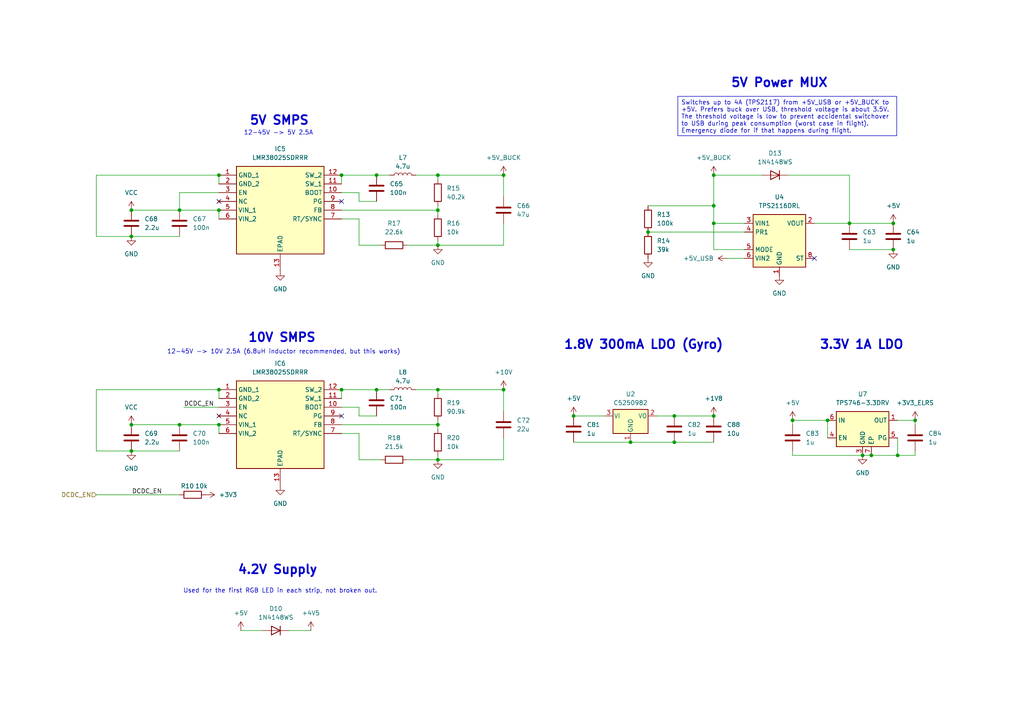
<source format=kicad_sch>
(kicad_sch (version 20250114) (generator "eeschema") (generator_version "9.0")
  (paper "A4")
  (title_block (title "Kolibri FC - DCDC + LDO"))
  (lib_symbols
    (symbol "Device:C" (pin_numbers (hide yes)) (pin_names (offset 0.254))
      (property "Reference" "C" (at 0.635 2.54 0))
      (property "Value" "C" (at 0.635 -2.54 0))
      (symbol "C_0_1"
        (polyline (pts (xy -2.032 0.762) (xy 2.032 0.762)) (stroke (width 0.508)))
        (polyline (pts (xy -2.032 -0.762) (xy 2.032 -0.762)) (stroke (width 0.508)))
      )
      (symbol "C_1_1"
        (pin passive line (at 0 3.81 270) (length 2.794) (name "~") (number "1"))
        (pin passive line (at 0 -3.81 90) (length 2.794) (name "~") (number "2"))
      )
    )
    (symbol "Device:L" (pin_numbers (hide yes)) (pin_names (offset 1.016) (hide yes))
      (property "Reference" "L" (at -1.27 0 90))
      (property "Value" "L" (at 1.905 0 90))
      (symbol "L_0_1"
        (arc (start 0 2.54) (mid 0.6323 1.905) (end 0 1.27))
        (arc (start 0 1.27) (mid 0.6323 0.635) (end 0 0))
        (arc (start 0 0) (mid 0.6323 -0.635) (end 0 -1.27))
        (arc (start 0 -1.27) (mid 0.6323 -1.905) (end 0 -2.54))
      )
      (symbol "L_1_1"
        (pin passive line (at 0 3.81 270) (length 1.27) (name "1") (number "1"))
        (pin passive line (at 0 -3.81 90) (length 1.27) (name "2") (number "2"))
      )
    )
    (symbol "Device:R" (pin_numbers (hide yes)) (pin_names (offset 0))
      (property "Reference" "R" (at 2.032 0 90))
      (property "Value" "R" (at 0 0 90))
      (symbol "R_0_1"
        (rectangle (start -1.016 -2.54) (end 1.016 2.54) (stroke (width 0.254)))
      )
      (symbol "R_1_1"
        (pin passive line (at 0 3.81 270) (length 1.27) (name "~") (number "1"))
        (pin passive line (at 0 -3.81 90) (length 1.27) (name "~") (number "2"))
      )
    )
    (symbol "Diode:1N4148WS" (pin_numbers (hide yes)) (pin_names (hide yes))
      (property "Reference" "D" (at 0 2.54 0))
      (property "Value" "1N4148WS" (at 0 -2.54 0))
      (symbol "1N4148WS_0_1"
        (polyline (pts (xy -1.27 1.27) (xy -1.27 -1.27)) (stroke (width 0.254)))
        (polyline (pts (xy 1.27 1.27) (xy 1.27 -1.27) (xy -1.27 0) (xy 1.27 1.27)) (stroke (width 0.254)))
        (polyline (pts (xy 1.27 0) (xy -1.27 0)))
      )
      (symbol "1N4148WS_1_1"
        (pin passive line (at -3.81 0 0) (length 2.54) (name "K") (number "1"))
        (pin passive line (at 3.81 0 180) (length 2.54) (name "A") (number "2"))
      )
    )
    (symbol "LP5912-3.3DRV_1"
      (property "Reference" "U7" (at 0 10.16 0))
      (property "Value" "TPS746-3.3DRV" (at 0 7.62 0))
      (symbol "LP5912-3.3DRV_1_0_1"
        (rectangle (start -7.62 -5.08) (end 7.62 5.08) (stroke (width 0.254)) (fill (type background)))
        (pin power_in line (at -10.16 2.54 0) (length 2.54) (name "IN") (number "6"))
        (pin input line (at -10.16 -2.54 0) (length 2.54) (name "EN") (number "4"))
        (pin no_connect line (at 7.62 0 180) (length 2.54) (hide yes) (name "NC") (number "2"))
        (pin power_out line (at 10.16 2.54 180) (length 2.54) (name "OUT") (number "1"))
      )
      (symbol "LP5912-3.3DRV_1_1_1"
        (pin power_in line (at 0 -7.62 90) (length 2.54) (name "GND") (number "3"))
        (pin passive line (at 2.54 -7.62 90) (length 2.54) (name "EP") (number "7"))
        (pin open_collector line (at 10.16 -2.54 180) (length 2.54) (name "PG") (number "5"))
      )
    )
    (symbol "Power_Management:TPS2116DRL"
      (property "Reference" "U" (at -7.874 9.144 0))
      (property "Value" "TPS2116DRL" (at 0.508 -8.89 0))
      (symbol "TPS2116DRL_0_1"
        (rectangle (start -7.62 7.62) (end 7.62 -7.62) (stroke (width 0.254)) (fill (type background)))
      )
      (symbol "TPS2116DRL_1_0"
        (pin power_out line (at 10.16 5.08 180) (length 2.54) (hide yes) (name "VOUT") (number "7"))
      )
      (symbol "TPS2116DRL_1_1"
        (pin power_in line (at -10.16 5.08 0) (length 2.54) (name "VIN1") (number "3"))
        (pin input line (at -10.16 2.54 0) (length 2.54) (name "PR1") (number "4"))
        (pin input line (at -10.16 -2.54 0) (length 2.54) (name "MODE") (number "5"))
        (pin power_in line (at -10.16 -5.08 0) (length 2.54) (name "VIN2") (number "6"))
        (pin power_in line (at 0 -10.16 90) (length 2.54) (name "GND") (number "1"))
        (pin power_out line (at 10.16 5.08 180) (length 2.54) (name "VOUT") (number "2"))
        (pin open_collector line (at 10.16 -5.08 180) (length 2.54) (name "ST") (number "8"))
      )
    )
    (symbol "Regulator_Linear:AP2127N-1.8" (pin_names (offset 0.254))
      (property "Reference" "U" (at -3.81 3.175 0))
      (property "Value" "AP2127N-1.8" (at 0 3.175 0))
      (symbol "AP2127N-1.8_0_1"
        (rectangle (start -5.08 1.905) (end 5.08 -5.08) (stroke (width 0.254)) (fill (type background)))
      )
      (symbol "AP2127N-1.8_1_1"
        (pin power_in line (at -7.62 0 0) (length 2.54) (name "VI") (number "3"))
        (pin power_in line (at 0 -7.62 90) (length 2.54) (name "GND") (number "1"))
        (pin power_out line (at 7.62 0 180) (length 2.54) (name "VO") (number "2"))
      )
    )
    (symbol "SamacSys_Parts:LMR38025SDRRR"
      (property "Reference" "IC" (at 31.75 7.62 0))
      (property "Value" "LMR38025SDRRR" (at 31.75 5.08 0))
      (symbol "LMR38025SDRRR_1_1"
        (rectangle (start 5.08 2.54) (end 30.48 -22.86) (stroke (width 0.254)) (fill (type background)))
        (pin passive line (at 0 0 0) (length 5.08) (name "GND_1") (number "1"))
        (pin passive line (at 0 -2.54 0) (length 5.08) (name "GND_2") (number "2"))
        (pin passive line (at 0 -5.08 0) (length 5.08) (name "EN") (number "3"))
        (pin no_connect line (at 0 -7.62 0) (length 5.08) (name "NC") (number "4"))
        (pin passive line (at 0 -10.16 0) (length 5.08) (name "VIN_1") (number "5"))
        (pin passive line (at 0 -12.7 0) (length 5.08) (name "VIN_2") (number "6"))
        (pin passive line (at 17.78 -27.94 90) (length 5.08) (name "EPAD") (number "13"))
        (pin passive line (at 35.56 0 180) (length 5.08) (name "SW_2") (number "12"))
        (pin passive line (at 35.56 -2.54 180) (length 5.08) (name "SW_1") (number "11"))
        (pin passive line (at 35.56 -5.08 180) (length 5.08) (name "BOOT") (number "10"))
        (pin passive line (at 35.56 -7.62 180) (length 5.08) (name "PG") (number "9"))
        (pin passive line (at 35.56 -10.16 180) (length 5.08) (name "FB") (number "8"))
        (pin passive line (at 35.56 -12.7 180) (length 5.08) (name "RT/SYNC") (number "7"))
      )
    )
    (symbol "power:+10V" (power) (pin_numbers (hide yes)) (pin_names (offset 0) (hide yes))
      (property "Value" "+10V" (at 0 3.556 0))
      (symbol "+10V_0_1"
        (polyline (pts (xy -0.762 1.27) (xy 0 2.54)))
        (polyline (pts (xy 0 2.54) (xy 0.762 1.27)))
        (polyline (pts (xy 0 0) (xy 0 2.54)))
      )
      (symbol "+10V_1_1"
        (pin power_in line (at 0 0 90) (length 0) (name "~") (number "1"))
      )
    )
    (symbol "power:+1V8" (power) (pin_numbers (hide yes)) (pin_names (offset 0) (hide yes))
      (property "Value" "+1V8" (at 0 3.556 0))
      (symbol "+1V8_0_1"
        (polyline (pts (xy -0.762 1.27) (xy 0 2.54)))
        (polyline (pts (xy 0 2.54) (xy 0.762 1.27)))
        (polyline (pts (xy 0 0) (xy 0 2.54)))
      )
      (symbol "+1V8_1_1"
        (pin power_in line (at 0 0 90) (length 0) (name "~") (number "1"))
      )
    )
    (symbol "power:+3V3" (power) (pin_numbers (hide yes)) (pin_names (offset 0) (hide yes))
      (property "Value" "+3V3" (at 0 3.556 0))
      (symbol "+3V3_0_1"
        (polyline (pts (xy -0.762 1.27) (xy 0 2.54)))
        (polyline (pts (xy 0 2.54) (xy 0.762 1.27)))
        (polyline (pts (xy 0 0) (xy 0 2.54)))
      )
      (symbol "+3V3_1_1"
        (pin power_in line (at 0 0 90) (length 0) (name "~") (number "1"))
      )
    )
    (symbol "power:+4V" (power) (pin_numbers (hide yes)) (pin_names (offset 0) (hide yes))
      (property "Value" "+4V" (at 0 3.556 0))
      (symbol "+4V_0_1"
        (polyline (pts (xy -0.762 1.27) (xy 0 2.54)))
        (polyline (pts (xy 0 2.54) (xy 0.762 1.27)))
        (polyline (pts (xy 0 0) (xy 0 2.54)))
      )
      (symbol "+4V_1_1"
        (pin power_in line (at 0 0 90) (length 0) (name "~") (number "1"))
      )
    )
    (symbol "power:+5V" (power) (pin_numbers (hide yes)) (pin_names (offset 0) (hide yes))
      (property "Value" "+5V" (at 0 3.556 0))
      (symbol "+5V_0_1"
        (polyline (pts (xy -0.762 1.27) (xy 0 2.54)))
        (polyline (pts (xy 0 2.54) (xy 0.762 1.27)))
        (polyline (pts (xy 0 0) (xy 0 2.54)))
      )
      (symbol "+5V_1_1"
        (pin power_in line (at 0 0 90) (length 0) (name "~") (number "1"))
      )
    )
    (symbol "power:GND" (power) (pin_numbers (hide yes)) (pin_names (offset 0) (hide yes))
      (property "Value" "GND" (at 0 -3.81 0))
      (symbol "GND_0_1"
        (polyline (pts (xy 0 0) (xy 0 -1.27) (xy 1.27 -1.27) (xy 0 -2.54) (xy -1.27 -1.27) (xy 0 -1.27)))
      )
      (symbol "GND_1_1"
        (pin power_in line (at 0 0 270) (length 0) (name "~") (number "1"))
      )
    )
    (symbol "power:VCC" (power) (pin_numbers (hide yes)) (pin_names (offset 0) (hide yes))
      (property "Value" "VCC" (at 0 3.556 0))
      (symbol "VCC_0_1"
        (polyline (pts (xy -0.762 1.27) (xy 0 2.54)))
        (polyline (pts (xy 0 2.54) (xy 0.762 1.27)))
        (polyline (pts (xy 0 0) (xy 0 2.54)))
      )
      (symbol "VCC_1_1"
        (pin power_in line (at 0 0 90) (length 0) (name "~") (number "1"))
      )
    )
  )
  (text "12-45V -> 10V 2.5A (6.8uH inductor recommended, but this works)" (at 82.296 102.108 0) (effects (font (size 1.27 1.27))))
  (text "3.3V 1A LDO" (at 249.936 100.076 0) (effects (font (size 2.54 2.54) (thickness 0.508) (bold yes))))
  (text "Used for the first RGB LED in each strip, not broken out." (at 81.28 171.45 0) (effects (font (size 1.27 1.27))))
  (text "12-45V -> 5V 2.5A" (at 80.772 38.608 0) (effects (font (size 1.27 1.27))))
  (text "1.8V 300mA LDO (Gyro)" (at 186.69 100.076 0) (effects (font (size 2.54 2.54) (thickness 0.508) (bold yes))))
  (text "4.2V Supply" (at 80.518 165.354 0) (effects (font (size 2.54 2.54) (thickness 0.508) (bold yes))))
  (text "5V SMPS" (at 81.026 35.052 0) (effects (font (size 2.54 2.54) (thickness 0.508) (bold yes))))
  (text "5V Power MUX" (at 226.06 24.13 0) (effects (font (size 2.54 2.54) (thickness 0.508) (bold yes))))
  (text "10V SMPS" (at 81.788 98.044 0) (effects (font (size 2.54 2.54) (thickness 0.508) (bold yes))))
  (text_box "Switches up to 4A (TPS2117) from +5V_USB or +5V_BUCK to +5V. Prefers buck over USB, threshold voltage is about 3.5V. The threshold voltage is low to prevent accidental switchover to USB during peak consumption (worst case in flight). Emergency diode for if that happens during flight." (at 196.596 27.94 0) (size 63.5 11.43) (margins 0.9525 0.9525 0.9525 0.9525) (effects (font (size 1.27 1.27)) (justify left top)))
  (junction (at 195.58 128.27))
  (junction (at 146.05 113.03))
  (junction (at 127 60.96))
  (junction (at 250.19 132.08))
  (junction (at 63.5 123.19))
  (junction (at 127 123.19))
  (junction (at 207.01 50.8))
  (junction (at 207.01 120.65))
  (junction (at 63.5 50.8))
  (junction (at 187.96 67.31))
  (junction (at 109.22 50.8))
  (junction (at 246.38 64.77))
  (junction (at 182.88 128.27))
  (junction (at 146.05 50.8))
  (junction (at 52.07 123.19))
  (junction (at 38.1 68.58))
  (junction (at 207.01 64.77))
  (junction (at 52.07 60.96))
  (junction (at 195.58 120.65))
  (junction (at 109.22 113.03))
  (junction (at 38.1 60.96))
  (junction (at 259.08 72.39))
  (junction (at 260.35 132.08))
  (junction (at 127 71.12))
  (junction (at 252.73 132.08))
  (junction (at 229.87 121.92))
  (junction (at 265.43 121.92))
  (junction (at 127 113.03))
  (junction (at 127 50.8))
  (junction (at 99.06 113.03))
  (junction (at 63.5 60.96))
  (junction (at 207.01 59.69))
  (junction (at 127 133.35))
  (junction (at 166.37 120.65))
  (junction (at 259.08 64.77))
  (junction (at 240.03 121.92))
  (junction (at 38.1 123.19))
  (junction (at 63.5 113.03))
  (junction (at 38.1 130.81))
  (junction (at 99.06 50.8))
  (no_connect (at 63.5 120.65))
  (no_connect (at 99.06 58.42))
  (no_connect (at 236.22 74.93))
  (no_connect (at 99.06 120.65))
  (no_connect (at 63.5 58.42))
  (wire (pts (xy 99.06 50.8) (xy 99.06 53.34)))
  (wire (pts (xy 27.94 68.58) (xy 38.1 68.58)))
  (wire (pts (xy 99.06 123.19) (xy 127 123.19)))
  (wire (pts (xy 228.6 50.8) (xy 246.38 50.8)))
  (wire (pts (xy 127 60.96) (xy 127 59.69)))
  (wire (pts (xy 190.5 120.65) (xy 195.58 120.65)))
  (wire (pts (xy 83.82 182.88) (xy 90.17 182.88)))
  (wire (pts (xy 260.35 132.08) (xy 252.73 132.08)))
  (wire (pts (xy 240.03 121.92) (xy 240.03 127)))
  (wire (pts (xy 127 123.19) (xy 127 121.92)))
  (wire (pts (xy 118.11 133.35) (xy 127 133.35)))
  (wire (pts (xy 265.43 132.08) (xy 260.35 132.08)))
  (wire (pts (xy 265.43 130.81) (xy 265.43 132.08)))
  (wire (pts (xy 63.5 113.03) (xy 63.5 115.57)))
  (wire (pts (xy 104.14 120.65) (xy 104.14 118.11)))
  (wire (pts (xy 127 62.23) (xy 127 60.96)))
  (wire (pts (xy 146.05 50.8) (xy 127 50.8)))
  (wire (pts (xy 146.05 127) (xy 146.05 133.35)))
  (wire (pts (xy 104.14 71.12) (xy 110.49 71.12)))
  (wire (pts (xy 207.01 59.69) (xy 207.01 64.77)))
  (wire (pts (xy 104.14 58.42) (xy 104.14 55.88)))
  (wire (pts (xy 38.1 68.58) (xy 52.07 68.58)))
  (wire (pts (xy 146.05 133.35) (xy 127 133.35)))
  (wire (pts (xy 127 71.12) (xy 127 69.85)))
  (wire (pts (xy 127 124.46) (xy 127 123.19)))
  (wire (pts (xy 104.14 63.5) (xy 104.14 71.12)))
  (wire (pts (xy 215.9 72.39) (xy 207.01 72.39)))
  (wire (pts (xy 27.94 50.8) (xy 27.94 68.58)))
  (wire (pts (xy 187.96 59.69) (xy 207.01 59.69)))
  (wire (pts (xy 229.87 132.08) (xy 250.19 132.08)))
  (wire (pts (xy 38.1 60.96) (xy 52.07 60.96)))
  (wire (pts (xy 27.94 113.03) (xy 27.94 130.81)))
  (wire (pts (xy 99.06 125.73) (xy 104.14 125.73)))
  (wire (pts (xy 146.05 71.12) (xy 127 71.12)))
  (wire (pts (xy 146.05 64.77) (xy 146.05 71.12)))
  (wire (pts (xy 109.22 50.8) (xy 113.03 50.8)))
  (wire (pts (xy 99.06 60.96) (xy 127 60.96)))
  (wire (pts (xy 166.37 128.27) (xy 182.88 128.27)))
  (wire (pts (xy 69.85 182.88) (xy 76.2 182.88)))
  (wire (pts (xy 246.38 64.77) (xy 259.08 64.77)))
  (wire (pts (xy 99.06 113.03) (xy 109.22 113.03)))
  (wire (pts (xy 182.88 128.27) (xy 195.58 128.27)))
  (wire (pts (xy 104.14 125.73) (xy 104.14 133.35)))
  (wire (pts (xy 63.5 50.8) (xy 27.94 50.8)))
  (wire (pts (xy 38.1 123.19) (xy 52.07 123.19)))
  (wire (pts (xy 38.1 130.81) (xy 52.07 130.81)))
  (wire (pts (xy 104.14 58.42) (xy 109.22 58.42)))
  (wire (pts (xy 146.05 113.03) (xy 127 113.03)))
  (wire (pts (xy 166.37 120.65) (xy 175.26 120.65)))
  (wire (pts (xy 53.34 118.11) (xy 63.5 118.11)))
  (wire (pts (xy 236.22 64.77) (xy 246.38 64.77)))
  (wire (pts (xy 104.14 120.65) (xy 109.22 120.65)))
  (wire (pts (xy 104.14 55.88) (xy 99.06 55.88)))
  (wire (pts (xy 63.5 63.5) (xy 63.5 60.96)))
  (wire (pts (xy 246.38 72.39) (xy 259.08 72.39)))
  (wire (pts (xy 63.5 55.88) (xy 52.07 55.88)))
  (wire (pts (xy 207.01 50.8) (xy 220.98 50.8)))
  (wire (pts (xy 127 113.03) (xy 127 114.3)))
  (wire (pts (xy 195.58 120.65) (xy 207.01 120.65)))
  (wire (pts (xy 99.06 50.8) (xy 109.22 50.8)))
  (wire (pts (xy 63.5 113.03) (xy 27.94 113.03)))
  (wire (pts (xy 27.94 130.81) (xy 38.1 130.81)))
  (wire (pts (xy 118.11 71.12) (xy 127 71.12)))
  (wire (pts (xy 207.01 64.77) (xy 207.01 72.39)))
  (wire (pts (xy 207.01 64.77) (xy 215.9 64.77)))
  (wire (pts (xy 265.43 123.19) (xy 265.43 121.92)))
  (wire (pts (xy 27.94 143.51) (xy 52.07 143.51)))
  (wire (pts (xy 229.87 121.92) (xy 240.03 121.92)))
  (wire (pts (xy 195.58 128.27) (xy 207.01 128.27)))
  (wire (pts (xy 146.05 57.15) (xy 146.05 50.8)))
  (wire (pts (xy 260.35 121.92) (xy 265.43 121.92)))
  (wire (pts (xy 229.87 123.19) (xy 229.87 121.92)))
  (wire (pts (xy 52.07 123.19) (xy 63.5 123.19)))
  (wire (pts (xy 52.07 55.88) (xy 52.07 60.96)))
  (wire (pts (xy 260.35 127) (xy 260.35 132.08)))
  (wire (pts (xy 250.19 132.08) (xy 252.73 132.08)))
  (wire (pts (xy 127 50.8) (xy 127 52.07)))
  (wire (pts (xy 63.5 125.73) (xy 63.5 123.19)))
  (wire (pts (xy 63.5 50.8) (xy 63.5 53.34)))
  (wire (pts (xy 99.06 113.03) (xy 99.06 115.57)))
  (wire (pts (xy 246.38 50.8) (xy 246.38 64.77)))
  (wire (pts (xy 104.14 118.11) (xy 99.06 118.11)))
  (wire (pts (xy 207.01 50.8) (xy 207.01 59.69)))
  (wire (pts (xy 99.06 63.5) (xy 104.14 63.5)))
  (wire (pts (xy 109.22 113.03) (xy 113.03 113.03)))
  (wire (pts (xy 127 50.8) (xy 120.65 50.8)))
  (wire (pts (xy 52.07 60.96) (xy 63.5 60.96)))
  (wire (pts (xy 187.96 67.31) (xy 215.9 67.31)))
  (wire (pts (xy 127 113.03) (xy 120.65 113.03)))
  (wire (pts (xy 146.05 119.38) (xy 146.05 113.03)))
  (wire (pts (xy 210.82 74.93) (xy 215.9 74.93)))
  (wire (pts (xy 127 133.35) (xy 127 132.08)))
  (wire (pts (xy 104.14 133.35) (xy 110.49 133.35)))
  (wire (pts (xy 229.87 130.81) (xy 229.87 132.08)))
  (label "DCDC_EN" (at 53.34 118.11 0))
  (label "DCDC_EN" (at 46.99 143.51 180))
  (hierarchical_label "DCDC_EN" (shape input) (at 27.94 143.51 180))
  (symbol (lib_id "Device:C") (at 146.05 123.19 0) (unit 1)
    (property "Reference" "C72" (at 149.86 121.9199 0) (effects (justify left)))
    (property "Value" "22u" (at 149.86 124.4599 0) (effects (justify left)))
    (property "Footprint" "Capacitor_SMD:C_0805_2012Metric" (effects (hide yes)))
    (property "Description" "Unpolarized capacitor" (effects (hide yes)))
  )
  (symbol (lib_id "Device:R") (at 187.96 63.5 0) (unit 1)
    (property "Reference" "R13" (at 190.5 62.2299 0) (effects (justify left)))
    (property "Value" "100k" (at 190.5 64.7699 0) (effects (justify left)))
    (property "Footprint" "Resistor_SMD:R_0402_1005Metric_Pad0.72x0.64mm_HandSolder" (effects (hide yes)))
    (property "Description" "Resistor" (effects (hide yes)))
  )
  (symbol (lib_id "power:+5V") (at 166.37 120.65 0) (unit 1)
    (property "Reference" "#PWR0142" (effects (hide yes)))
    (property "Value" "+5V" (at 166.37 115.57 0))
    (property "Description" "Power symbol creates a global label with name \"+5V\"" (effects (hide yes)))
  )
  (symbol (lib_id "SamacSys_Parts:LMR38025SDRRR") (at 63.5 113.03 0) (unit 1)
    (property "Reference" "IC6" (at 81.28 105.41 0))
    (property "Value" "LMR38025SDRRR" (at 81.28 107.95 0))
    (property "Footprint" "SamacSys_Parts:SON50P300X300X80-13N" (effects (hide yes)))
    (property "Datasheet" "https://www.ti.com/lit/ds/symlink/lmr38025.pdf?ts=1711363220060&ref_url=https%253A%252F%252Fwww.ti.com%252Fproduct%252FLMR38025" (effects (hide yes)))
    (property "Description" "Functional Safety-Capable  Documentation available to aid functional safety system design  Configured for rugged industrial applications  4.2V to 80V input voltage range  2.5A continuous output current  Ultra-low 40A operating quiescent current  200kHz to 2.2MHz adjustable switching frequency  Frequency synchronization to external clock  97% maximum duty cycle  Supports start-up events with prebiased output  +/-1.5% reference voltage tolerance over temperature  Precision enable" (effects (hide yes)))
    (property "Height" "0.8" (effects (hide yes)))
    (property "Mouser Part Number" "595-LMR38025SDRRR" (effects (hide yes)))
    (property "Mouser Price/Stock" "https://www.mouser.co.uk/ProductDetail/Texas-Instruments/LMR38025SDRRR?qs=dbcCsuKDzFX4%252BlLpuICnYw%3D%3D" (effects (hide yes)))
    (property "Manufacturer_Name" "Texas Instruments" (effects (hide yes)))
    (property "Manufacturer_Part_Number" "LMR38025SDRRR" (effects (hide yes)))
  )
  (symbol (lib_id "Diode:1N4148WS") (at 80.01 182.88 180) (unit 1)
    (property "Reference" "D10" (at 80.01 176.53 0))
    (property "Value" "1N4148WS" (at 80.01 179.07 0))
    (property "Footprint" "Diode_SMD:D_SOD-323" (effects (hide yes)))
    (property "Datasheet" "https://www.vishay.com/docs/85751/1n4148ws.pdf" (effects (hide yes)))
    (property "Description" "75V 0.15A Fast switching Diode, SOD-323" (effects (hide yes)))
    (property "Sim.Device" "D" (effects (hide yes)))
    (property "Sim.Pins" "1=K 2=A" (effects (hide yes)))
  )
  (symbol (lib_id "Device:C") (at 38.1 127 0) (unit 1)
    (property "Reference" "C69" (at 41.91 125.7299 0) (effects (justify left)))
    (property "Value" "2.2u" (at 41.91 128.2699 0) (effects (justify left)))
    (property "Footprint" "Capacitor_SMD:C_1206_3216Metric" (effects (hide yes)))
    (property "Description" "Unpolarized capacitor" (effects (hide yes)))
  )
  (symbol (lib_id "Device:R") (at 114.3 71.12 90) (unit 1)
    (property "Reference" "R17" (at 114.3 64.77 90))
    (property "Value" "22.6k" (at 114.3 67.31 90))
    (property "Footprint" "Resistor_SMD:R_0402_1005Metric_Pad0.72x0.64mm_HandSolder" (effects (hide yes)))
    (property "Description" "Resistor" (effects (hide yes)))
  )
  (symbol (lib_id "Device:R") (at 114.3 133.35 90) (unit 1)
    (property "Reference" "R18" (at 114.3 127 90))
    (property "Value" "21.5k" (at 114.3 129.54 90))
    (property "Footprint" "Resistor_SMD:R_0402_1005Metric_Pad0.72x0.64mm_HandSolder" (effects (hide yes)))
    (property "Description" "Resistor" (effects (hide yes)))
  )
  (symbol (lib_id "power:GND") (at 81.28 140.97 0) (unit 1)
    (property "Reference" "#PWR0110" (effects (hide yes)))
    (property "Value" "GND" (at 81.28 146.05 0))
    (property "Description" "Power symbol creates a global label with name \"GND\" , ground" (effects (hide yes)))
  )
  (symbol (lib_id "Device:R") (at 127 118.11 0) (unit 1)
    (property "Reference" "R19" (at 129.54 116.8399 0) (effects (justify left)))
    (property "Value" "90.9k" (at 129.54 119.3799 0) (effects (justify left)))
    (property "Footprint" "Resistor_SMD:R_0402_1005Metric_Pad0.72x0.64mm_HandSolder" (effects (hide yes)))
    (property "Description" "Resistor" (effects (hide yes)))
  )
  (symbol (lib_id "Device:C") (at 146.05 60.96 0) (unit 1)
    (property "Reference" "C66" (at 149.86 59.6899 0) (effects (justify left)))
    (property "Value" "47u" (at 149.86 62.2299 0) (effects (justify left)))
    (property "Footprint" "Capacitor_SMD:C_1206_3216Metric" (effects (hide yes)))
    (property "Description" "Unpolarized capacitor" (effects (hide yes)))
  )
  (symbol (lib_name "LP5912-3.3DRV_1") (lib_id "Regulator_Linear:LP5912-3.3DRV") (at 250.19 124.46 0) (unit 1)
    (property "Reference" "U7" (at 250.19 114.3 0))
    (property "Value" "TPS746-3.3DRV" (at 250.19 116.84 0))
    (property "Footprint" "Package_SON:WSON-6-1EP_2x2mm_P0.65mm_EP1x1.6mm_ThermalVias" (effects (hide yes)))
    (property "Datasheet" "http://www.ti.com/lit/ds/symlink/lp5912.pdf" (effects (hide yes)))
    (property "Description" "500-mA Ultra-Low-Noise Low-IQ LDO, 3.3V, WSON-6" (effects (hide yes)))
  )
  (symbol (lib_id "Device:C") (at 246.38 68.58 180) (unit 1)
    (property "Reference" "C63" (at 250.19 67.3099 0) (effects (justify right)))
    (property "Value" "1u" (at 250.19 69.8499 0) (effects (justify right)))
    (property "Footprint" "Capacitor_SMD:C_0603_1608Metric" (effects (hide yes)))
    (property "Description" "Unpolarized capacitor" (effects (hide yes)))
  )
  (symbol (lib_id "Device:C") (at 195.58 124.46 0) (unit 1)
    (property "Reference" "C82" (at 199.39 123.1899 0) (effects (justify left)))
    (property "Value" "1u" (at 199.39 125.7299 0) (effects (justify left)))
    (property "Footprint" "Capacitor_SMD:C_0402_1005Metric" (effects (hide yes)))
    (property "Description" "Unpolarized capacitor" (effects (hide yes)))
  )
  (symbol (lib_id "Device:R") (at 127 128.27 0) (unit 1)
    (property "Reference" "R20" (at 129.54 126.9999 0) (effects (justify left)))
    (property "Value" "10k" (at 129.54 129.5399 0) (effects (justify left)))
    (property "Footprint" "Resistor_SMD:R_0402_1005Metric_Pad0.72x0.64mm_HandSolder" (effects (hide yes)))
    (property "Description" "Resistor" (effects (hide yes)))
  )
  (symbol (lib_id "power:+5V") (at 229.87 121.92 0) (unit 1)
    (property "Reference" "#PWR145" (effects (hide yes)))
    (property "Value" "+5V" (at 229.87 116.84 0))
    (property "Description" "Power symbol creates a global label with name \"+5V\"" (effects (hide yes)))
  )
  (symbol (lib_id "power:+5V") (at 259.08 64.77 0) (unit 1)
    (property "Reference" "#PWR099" (effects (hide yes)))
    (property "Value" "+5V" (at 259.08 59.69 0))
    (property "Description" "Power symbol creates a global label with name \"+5V\"" (effects (hide yes)))
  )
  (symbol (lib_id "Device:L") (at 116.84 50.8 90) (unit 1)
    (property "Reference" "L7" (at 116.84 45.72 90))
    (property "Value" "4.7u" (at 116.84 48.26 90))
    (property "Footprint" "Inductor_SMD:L_Cenker_CKCS4020" (effects (hide yes)))
    (property "Description" "Inductor" (effects (hide yes)))
  )
  (symbol (lib_id "power:GND") (at 259.08 72.39 0) (unit 1)
    (property "Reference" "#PWR098" (effects (hide yes)))
    (property "Value" "GND" (at 259.08 77.47 0))
    (property "Description" "Power symbol creates a global label with name \"GND\" , ground" (effects (hide yes)))
  )
  (symbol (lib_id "power:+5V") (at 69.85 182.88 0) (unit 1)
    (property "Reference" "#PWR050" (effects (hide yes)))
    (property "Value" "+5V" (at 69.85 177.8 0))
    (property "Description" "Power symbol creates a global label with name \"+5V\"" (effects (hide yes)))
  )
  (symbol (lib_id "power:VCC") (at 38.1 123.19 0) (unit 1)
    (property "Reference" "#PWR0108" (effects (hide yes)))
    (property "Value" "VCC" (at 38.1 118.11 0))
    (property "Description" "Power symbol creates a global label with name \"VCC\"" (effects (hide yes)))
  )
  (symbol (lib_id "power:GND") (at 250.19 132.08 0) (unit 1)
    (property "Reference" "#PWR146" (effects (hide yes)))
    (property "Value" "GND" (at 250.19 137.16 0))
    (property "Description" "Power symbol creates a global label with name \"GND\" , ground" (effects (hide yes)))
  )
  (symbol (lib_id "Device:C") (at 229.87 127 0) (unit 1)
    (property "Reference" "C83" (at 233.68 125.7299 0) (effects (justify left)))
    (property "Value" "1u" (at 233.68 128.2699 0) (effects (justify left)))
    (property "Footprint" "Capacitor_SMD:C_0402_1005Metric" (effects (hide yes)))
    (property "Description" "Unpolarized capacitor" (effects (hide yes)))
  )
  (symbol (lib_id "Device:R") (at 55.88 143.51 90) (unit 1)
    (property "Reference" "R10" (at 54.356 140.97 90))
    (property "Value" "10k" (at 58.42 140.97 90))
    (property "Footprint" "Resistor_SMD:R_0402_1005Metric" (effects (hide yes)))
    (property "Description" "Resistor" (effects (hide yes)))
  )
  (symbol (lib_id "power:GND") (at 127 71.12 0) (unit 1)
    (property "Reference" "#PWR0103" (effects (hide yes)))
    (property "Value" "GND" (at 127 76.2 0))
    (property "Description" "Power symbol creates a global label with name \"GND\" , ground" (effects (hide yes)))
  )
  (symbol (lib_id "power:+3V3") (at 59.69 143.51 270) (unit 1)
    (property "Reference" "#PWR030" (effects (hide yes)))
    (property "Value" "+3V3" (at 63.5 143.5099 90) (effects (justify left)))
    (property "Description" "Power symbol creates a global label with name \"+3V3\"" (effects (hide yes)))
  )
  (symbol (lib_id "Diode:1N4148WS") (at 224.79 50.8 180) (unit 1)
    (property "Reference" "D13" (at 224.79 44.45 0))
    (property "Value" "1N4148WS" (at 224.79 46.99 0))
    (property "Footprint" "Diode_SMD:D_SOD-323" (effects (hide yes)))
    (property "Datasheet" "https://www.vishay.com/docs/85751/1n4148ws.pdf" (effects (hide yes)))
    (property "Description" "75V 0.15A Fast switching Diode, SOD-323" (effects (hide yes)))
    (property "Sim.Device" "D" (effects (hide yes)))
    (property "Sim.Pins" "1=K 2=A" (effects (hide yes)))
  )
  (symbol (lib_id "Device:C") (at 109.22 116.84 180) (unit 1)
    (property "Reference" "C71" (at 113.03 115.5699 0) (effects (justify right)))
    (property "Value" "100n" (at 113.03 118.1099 0) (effects (justify right)))
    (property "Footprint" "Capacitor_SMD:C_0402_1005Metric_Pad0.74x0.62mm_HandSolder" (effects (hide yes)))
    (property "Description" "Unpolarized capacitor" (effects (hide yes)))
  )
  (symbol (lib_id "Device:C") (at 265.43 127 0) (unit 1)
    (property "Reference" "C84" (at 269.24 125.7299 0) (effects (justify left)))
    (property "Value" "1u" (at 269.24 128.2699 0) (effects (justify left)))
    (property "Footprint" "Capacitor_SMD:C_0402_1005Metric_Pad0.74x0.62mm_HandSolder" (effects (hide yes)))
    (property "Description" "Unpolarized capacitor" (effects (hide yes)))
  )
  (symbol (lib_id "power:+5V") (at 210.82 74.93 90) (unit 1)
    (property "Reference" "#PWR0100" (effects (hide yes)))
    (property "Value" "+5V_USB" (at 207.01 74.9299 90) (effects (justify left)))
    (property "Description" "Power symbol creates a global label with name \"+5V\"" (effects (hide yes)))
  )
  (symbol (lib_id "Device:C") (at 52.07 64.77 0) (unit 1)
    (property "Reference" "C67" (at 55.88 63.4999 0) (effects (justify left)))
    (property "Value" "100n" (at 55.88 66.0399 0) (effects (justify left)))
    (property "Footprint" "Capacitor_SMD:C_0402_1005Metric" (effects (hide yes)))
    (property "Description" "Unpolarized capacitor" (effects (hide yes)))
  )
  (symbol (lib_id "power:GND") (at 187.96 74.93 0) (unit 1)
    (property "Reference" "#PWR0102" (effects (hide yes)))
    (property "Value" "GND" (at 187.96 80.01 0))
    (property "Description" "Power symbol creates a global label with name \"GND\" , ground" (effects (hide yes)))
  )
  (symbol (lib_id "power:+5V") (at 146.05 50.8 0) (unit 1)
    (property "Reference" "#PWR0105" (effects (hide yes)))
    (property "Value" "+5V_BUCK" (at 146.05 45.72 0))
    (property "Description" "Power symbol creates a global label with name \"+5V\"" (effects (hide yes)))
  )
  (symbol (lib_id "Device:C") (at 109.22 54.61 180) (unit 1)
    (property "Reference" "C65" (at 113.03 53.3399 0) (effects (justify right)))
    (property "Value" "100n" (at 113.03 55.8799 0) (effects (justify right)))
    (property "Footprint" "Capacitor_SMD:C_0402_1005Metric_Pad0.74x0.62mm_HandSolder" (effects (hide yes)))
    (property "Description" "Unpolarized capacitor" (effects (hide yes)))
  )
  (symbol (lib_id "Device:C") (at 38.1 64.77 0) (unit 1)
    (property "Reference" "C68" (at 41.91 63.4999 0) (effects (justify left)))
    (property "Value" "2.2u" (at 41.91 66.0399 0) (effects (justify left)))
    (property "Footprint" "Capacitor_SMD:C_1206_3216Metric" (effects (hide yes)))
    (property "Description" "Unpolarized capacitor" (effects (hide yes)))
  )
  (symbol (lib_id "power:GND") (at 81.28 78.74 0) (unit 1)
    (property "Reference" "#PWR0104" (effects (hide yes)))
    (property "Value" "GND" (at 81.28 83.82 0))
    (property "Description" "Power symbol creates a global label with name \"GND\" , ground" (effects (hide yes)))
  )
  (symbol (lib_id "power:GND") (at 38.1 68.58 0) (unit 1)
    (property "Reference" "#PWR0106" (effects (hide yes)))
    (property "Value" "GND" (at 38.1 73.66 0))
    (property "Description" "Power symbol creates a global label with name \"GND\" , ground" (effects (hide yes)))
  )
  (symbol (lib_id "power:+1V8") (at 207.01 120.65 0) (unit 1)
    (property "Reference" "#PWR0143" (effects (hide yes)))
    (property "Value" "+1V8" (at 207.01 115.57 0))
    (property "Description" "Power symbol creates a global label with name \"+1V8\"" (effects (hide yes)))
  )
  (symbol (lib_id "Device:C") (at 259.08 68.58 180) (unit 1)
    (property "Reference" "C64" (at 262.89 67.3099 0) (effects (justify right)))
    (property "Value" "1u" (at 262.89 69.8499 0) (effects (justify right)))
    (property "Footprint" "Capacitor_SMD:C_0603_1608Metric" (effects (hide yes)))
    (property "Description" "Unpolarized capacitor" (effects (hide yes)))
  )
  (symbol (lib_id "power:+3V3") (at 265.43 121.92 0) (unit 1)
    (property "Reference" "#PWR147" (effects (hide yes)))
    (property "Value" "+3V3_ELRS" (at 265.43 116.84 0))
    (property "Description" "Power symbol creates a global label with name \"+3V3\"" (effects (hide yes)))
  )
  (symbol (lib_id "power:GND") (at 127 133.35 0) (unit 1)
    (property "Reference" "#PWR0111" (effects (hide yes)))
    (property "Value" "GND" (at 127 138.43 0))
    (property "Description" "Power symbol creates a global label with name \"GND\" , ground" (effects (hide yes)))
  )
  (symbol (lib_id "power:+4V") (at 90.17 182.88 0) (unit 1)
    (property "Reference" "#PWR049" (effects (hide yes)))
    (property "Value" "+4V5" (at 90.17 177.8 0))
    (property "Description" "Power symbol creates a global label with name \"+4V\"" (effects (hide yes)))
  )
  (symbol (lib_id "Device:C") (at 52.07 127 0) (unit 1)
    (property "Reference" "C70" (at 55.88 125.7299 0) (effects (justify left)))
    (property "Value" "100n" (at 55.88 128.2699 0) (effects (justify left)))
    (property "Footprint" "Capacitor_SMD:C_0402_1005Metric_Pad0.74x0.62mm_HandSolder" (effects (hide yes)))
    (property "Description" "Unpolarized capacitor" (effects (hide yes)))
  )
  (symbol (lib_id "Device:R") (at 127 66.04 0) (unit 1)
    (property "Reference" "R16" (at 129.54 64.7699 0) (effects (justify left)))
    (property "Value" "10k" (at 129.54 67.3099 0) (effects (justify left)))
    (property "Footprint" "Resistor_SMD:R_0402_1005Metric_Pad0.72x0.64mm_HandSolder" (effects (hide yes)))
    (property "Description" "Resistor" (effects (hide yes)))
  )
  (symbol (lib_id "power:+5V") (at 207.01 50.8 0) (unit 1)
    (property "Reference" "#PWR0101" (effects (hide yes)))
    (property "Value" "+5V_BUCK" (at 207.01 45.72 0))
    (property "Description" "Power symbol creates a global label with name \"+5V\"" (effects (hide yes)))
  )
  (symbol (lib_id "power:+10V") (at 146.05 113.03 0) (unit 1)
    (property "Reference" "#PWR0112" (effects (hide yes)))
    (property "Value" "+10V" (at 146.05 107.95 0))
    (property "Description" "Power symbol creates a global label with name \"+10V\"" (effects (hide yes)))
  )
  (symbol (lib_id "Device:C") (at 207.01 124.46 0) (unit 1)
    (property "Reference" "C88" (at 210.82 123.1899 0) (effects (justify left)))
    (property "Value" "10u" (at 210.82 125.7299 0) (effects (justify left)))
    (property "Footprint" "Capacitor_SMD:C_0402_1005Metric" (effects (hide yes)))
    (property "Description" "Unpolarized capacitor" (effects (hide yes)))
  )
  (symbol (lib_id "Device:R") (at 127 55.88 0) (unit 1)
    (property "Reference" "R15" (at 129.54 54.6099 0) (effects (justify left)))
    (property "Value" "40.2k" (at 129.54 57.1499 0) (effects (justify left)))
    (property "Footprint" "Resistor_SMD:R_0402_1005Metric_Pad0.72x0.64mm_HandSolder" (effects (hide yes)))
    (property "Description" "Resistor" (effects (hide yes)))
  )
  (symbol (lib_id "Device:C") (at 166.37 124.46 0) (unit 1)
    (property "Reference" "C81" (at 170.18 123.1899 0) (effects (justify left)))
    (property "Value" "1u" (at 170.18 125.7299 0) (effects (justify left)))
    (property "Footprint" "Capacitor_SMD:C_0402_1005Metric" (effects (hide yes)))
    (property "Description" "Unpolarized capacitor" (effects (hide yes)))
  )
  (symbol (lib_id "power:GND") (at 38.1 130.81 0) (unit 1)
    (property "Reference" "#PWR0109" (effects (hide yes)))
    (property "Value" "GND" (at 38.1 135.89 0))
    (property "Description" "Power symbol creates a global label with name \"GND\" , ground" (effects (hide yes)))
  )
  (symbol (lib_id "Regulator_Linear:AP2127N-1.8") (at 182.88 120.65 0) (unit 1)
    (property "Reference" "U2" (at 182.88 114.3 0))
    (property "Value" "C5250982" (at 182.88 116.84 0))
    (property "Footprint" "Package_TO_SOT_SMD:SOT-23" (effects (hide yes)))
    (property "Datasheet" "https://www.diodes.com/assets/Datasheets/AP2127.pdf" (effects (hide yes)))
    (property "Description" "300mA low dropout linear regulator, shutdown pin, 2.5V-6V input voltage, 1.8V fixed positive output, SOT-23 package" (effects (hide yes)))
  )
  (symbol (lib_id "power:VCC") (at 38.1 60.96 0) (unit 1)
    (property "Reference" "#PWR0107" (effects (hide yes)))
    (property "Value" "VCC" (at 38.1 55.88 0))
    (property "Description" "Power symbol creates a global label with name \"VCC\"" (effects (hide yes)))
  )
  (symbol (lib_id "Power_Management:TPS2116DRL") (at 226.06 69.85 0) (unit 1)
    (property "Reference" "U4" (at 226.06 57.15 0))
    (property "Value" "TPS2116DRL" (at 226.06 59.69 0))
    (property "Footprint" "Package_TO_SOT_SMD:SOT-583-8" (effects (hide yes)))
    (property "Datasheet" "https://www.ti.com/lit/ds/symlink/tps2116.pdf" (effects (hide yes)))
    (property "Description" "2 Channnels Power Mux with Manual and Priority Switchover, 1.6-5.5V Input Voltage, 2.5A Output Current, Ron 40 mOhm, SOT-583-8" (effects (hide yes)))
  )
  (symbol (lib_id "SamacSys_Parts:LMR38025SDRRR") (at 63.5 50.8 0) (unit 1)
    (property "Reference" "IC5" (at 81.28 43.18 0))
    (property "Value" "LMR38025SDRRR" (at 81.28 45.72 0))
    (property "Footprint" "SamacSys_Parts:SON50P300X300X80-13N" (effects (hide yes)))
    (property "Datasheet" "https://www.ti.com/lit/ds/symlink/lmr38025.pdf?ts=1711363220060&ref_url=https%253A%252F%252Fwww.ti.com%252Fproduct%252FLMR38025" (effects (hide yes)))
    (property "Description" "Functional Safety-Capable  Documentation available to aid functional safety system design  Configured for rugged industrial applications  4.2V to 80V input voltage range  2.5A continuous output current  Ultra-low 40A operating quiescent current  200kHz to 2.2MHz adjustable switching frequency  Frequency synchronization to external clock  97% maximum duty cycle  Supports start-up events with prebiased output  +/-1.5% reference voltage tolerance over temperature  Precision enable" (effects (hide yes)))
    (property "Height" "0.8" (effects (hide yes)))
    (property "Mouser Part Number" "595-LMR38025SDRRR" (effects (hide yes)))
    (property "Mouser Price/Stock" "https://www.mouser.co.uk/ProductDetail/Texas-Instruments/LMR38025SDRRR?qs=dbcCsuKDzFX4%252BlLpuICnYw%3D%3D" (effects (hide yes)))
    (property "Manufacturer_Name" "Texas Instruments" (effects (hide yes)))
    (property "Manufacturer_Part_Number" "LMR38025SDRRR" (effects (hide yes)))
  )
  (symbol (lib_id "power:GND") (at 226.06 80.01 0) (unit 1)
    (property "Reference" "#PWR097" (effects (hide yes)))
    (property "Value" "GND" (at 226.06 85.09 0))
    (property "Description" "Power symbol creates a global label with name \"GND\" , ground" (effects (hide yes)))
  )
  (symbol (lib_id "Device:L") (at 116.84 113.03 90) (unit 1)
    (property "Reference" "L8" (at 116.84 107.95 90))
    (property "Value" "4.7u" (at 116.84 110.49 90))
    (property "Footprint" "Inductor_SMD:L_Cenker_CKCS4020" (effects (hide yes)))
    (property "Description" "Inductor" (effects (hide yes)))
  )
  (symbol (lib_id "Device:R") (at 187.96 71.12 0) (unit 1)
    (property "Reference" "R14" (at 190.5 69.8499 0) (effects (justify left)))
    (property "Value" "39k" (at 190.5 72.3899 0) (effects (justify left)))
    (property "Footprint" "Resistor_SMD:R_0402_1005Metric_Pad0.72x0.64mm_HandSolder" (effects (hide yes)))
    (property "Description" "Resistor" (effects (hide yes)))
  )
)
</source>
